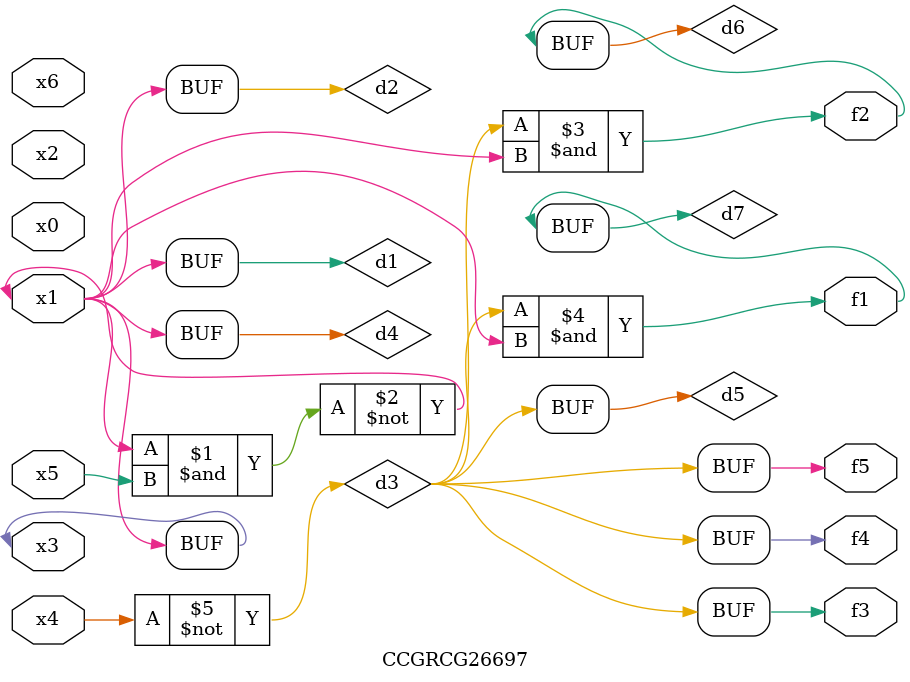
<source format=v>
module CCGRCG26697(
	input x0, x1, x2, x3, x4, x5, x6,
	output f1, f2, f3, f4, f5
);

	wire d1, d2, d3, d4, d5, d6, d7;

	buf (d1, x1, x3);
	nand (d2, x1, x5);
	not (d3, x4);
	buf (d4, d1, d2);
	buf (d5, d3);
	and (d6, d3, d4);
	and (d7, d3, d4);
	assign f1 = d7;
	assign f2 = d6;
	assign f3 = d5;
	assign f4 = d5;
	assign f5 = d5;
endmodule

</source>
